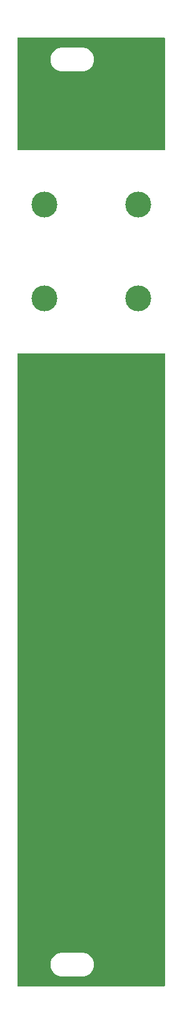
<source format=gbr>
%TF.GenerationSoftware,KiCad,Pcbnew,6.0.11-2627ca5db0~126~ubuntu22.04.1*%
%TF.CreationDate,2024-04-26T14:23:43+02:00*%
%TF.ProjectId,OTBreakOut_AntennaPanel,4f544272-6561-46b4-9f75-745f416e7465,rev?*%
%TF.SameCoordinates,Original*%
%TF.FileFunction,Copper,L2,Bot*%
%TF.FilePolarity,Positive*%
%FSLAX46Y46*%
G04 Gerber Fmt 4.6, Leading zero omitted, Abs format (unit mm)*
G04 Created by KiCad (PCBNEW 6.0.11-2627ca5db0~126~ubuntu22.04.1) date 2024-04-26 14:23:43*
%MOMM*%
%LPD*%
G01*
G04 APERTURE LIST*
%TA.AperFunction,WasherPad*%
%ADD10C,3.500000*%
%TD*%
G04 APERTURE END LIST*
D10*
%TO.P,REF\u002A\u002A,*%
%TO.N,*%
X106350000Y-69150000D03*
X106350000Y-81850000D03*
X93650000Y-69150000D03*
X93650000Y-81850000D03*
%TD*%
%TA.AperFunction,NonConductor*%
G36*
X109941121Y-89270002D02*
G01*
X109987614Y-89323658D01*
X109999000Y-89376000D01*
X109999000Y-97823000D01*
X109990161Y-173604298D01*
X109990015Y-174854141D01*
X109970005Y-174922259D01*
X109916344Y-174968746D01*
X109864141Y-174980126D01*
X91009000Y-174999000D01*
X90135985Y-174999000D01*
X90067864Y-174978998D01*
X90021371Y-174925342D01*
X90009985Y-174873015D01*
X90009828Y-173521690D01*
X90009665Y-172119978D01*
X94499000Y-172119978D01*
X94534764Y-172357255D01*
X94605492Y-172586551D01*
X94709606Y-172802745D01*
X94844778Y-173001006D01*
X95007990Y-173176907D01*
X95195596Y-173326517D01*
X95403404Y-173446496D01*
X95407793Y-173448219D01*
X95407796Y-173448220D01*
X95523062Y-173493458D01*
X95626774Y-173534162D01*
X95631366Y-173535210D01*
X95631369Y-173535211D01*
X95832599Y-173581140D01*
X95860714Y-173587557D01*
X95865407Y-173587909D01*
X95865409Y-173587909D01*
X95980016Y-173596497D01*
X96100000Y-173605489D01*
X96100000Y-173602049D01*
X96109917Y-173601000D01*
X98786261Y-173601000D01*
X98800000Y-173602218D01*
X98800000Y-173605489D01*
X98940404Y-173594967D01*
X99034591Y-173587909D01*
X99034593Y-173587909D01*
X99039286Y-173587557D01*
X99067401Y-173581140D01*
X99268631Y-173535211D01*
X99268634Y-173535210D01*
X99273226Y-173534162D01*
X99376938Y-173493458D01*
X99492204Y-173448220D01*
X99492207Y-173448219D01*
X99496596Y-173446496D01*
X99704404Y-173326517D01*
X99892010Y-173176907D01*
X100055222Y-173001006D01*
X100190394Y-172802745D01*
X100294508Y-172586551D01*
X100365236Y-172357255D01*
X100401000Y-172119978D01*
X100401000Y-171880022D01*
X100365236Y-171642745D01*
X100294508Y-171413449D01*
X100190394Y-171197256D01*
X100055222Y-170998994D01*
X99892010Y-170823093D01*
X99704404Y-170673483D01*
X99496596Y-170553504D01*
X99492207Y-170551781D01*
X99492204Y-170551780D01*
X99376938Y-170506542D01*
X99273226Y-170465838D01*
X99268634Y-170464790D01*
X99268631Y-170464789D01*
X99043878Y-170413491D01*
X99043877Y-170413491D01*
X99039286Y-170412443D01*
X99034593Y-170412091D01*
X99034591Y-170412091D01*
X98919984Y-170403503D01*
X98800000Y-170394511D01*
X98800000Y-170397951D01*
X98790083Y-170399000D01*
X96113739Y-170399000D01*
X96100000Y-170397782D01*
X96100000Y-170394511D01*
X95959596Y-170405033D01*
X95865409Y-170412091D01*
X95865407Y-170412091D01*
X95860714Y-170412443D01*
X95856123Y-170413491D01*
X95856122Y-170413491D01*
X95631369Y-170464789D01*
X95631366Y-170464790D01*
X95626774Y-170465838D01*
X95523062Y-170506542D01*
X95407796Y-170551780D01*
X95407793Y-170551781D01*
X95403404Y-170553504D01*
X95195596Y-170673483D01*
X95007990Y-170823093D01*
X94844778Y-170998994D01*
X94709606Y-171197256D01*
X94605492Y-171413449D01*
X94534764Y-171642745D01*
X94499000Y-171880022D01*
X94499000Y-172119978D01*
X90009665Y-172119978D01*
X90001000Y-97823000D01*
X90001000Y-89376000D01*
X90021002Y-89307879D01*
X90074658Y-89261386D01*
X90127000Y-89250000D01*
X109873000Y-89250000D01*
X109941121Y-89270002D01*
G37*
%TD.AperFunction*%
%TA.AperFunction,NonConductor*%
G36*
X109941121Y-46521002D02*
G01*
X109987614Y-46574658D01*
X109999000Y-46627000D01*
X109999000Y-61624000D01*
X109978998Y-61692121D01*
X109925342Y-61738614D01*
X109873000Y-61750000D01*
X90127000Y-61750000D01*
X90058879Y-61729998D01*
X90012386Y-61676342D01*
X90001000Y-61624000D01*
X90001000Y-49619978D01*
X94499000Y-49619978D01*
X94534764Y-49857255D01*
X94605492Y-50086551D01*
X94709606Y-50302745D01*
X94844778Y-50501006D01*
X95007990Y-50676907D01*
X95195596Y-50826517D01*
X95403404Y-50946496D01*
X95407793Y-50948219D01*
X95407796Y-50948220D01*
X95523062Y-50993458D01*
X95626774Y-51034162D01*
X95631366Y-51035210D01*
X95631369Y-51035211D01*
X95832599Y-51081140D01*
X95860714Y-51087557D01*
X95865407Y-51087909D01*
X95865409Y-51087909D01*
X95980016Y-51096497D01*
X96100000Y-51105489D01*
X96100000Y-51102049D01*
X96109917Y-51101000D01*
X98786261Y-51101000D01*
X98800000Y-51102218D01*
X98800000Y-51105489D01*
X98940404Y-51094967D01*
X99034591Y-51087909D01*
X99034593Y-51087909D01*
X99039286Y-51087557D01*
X99067401Y-51081140D01*
X99268631Y-51035211D01*
X99268634Y-51035210D01*
X99273226Y-51034162D01*
X99376938Y-50993458D01*
X99492204Y-50948220D01*
X99492207Y-50948219D01*
X99496596Y-50946496D01*
X99704404Y-50826517D01*
X99892010Y-50676907D01*
X100055222Y-50501006D01*
X100190394Y-50302745D01*
X100294508Y-50086551D01*
X100365236Y-49857255D01*
X100401000Y-49619978D01*
X100401000Y-49380022D01*
X100365236Y-49142745D01*
X100294508Y-48913449D01*
X100190394Y-48697256D01*
X100055222Y-48498994D01*
X99892010Y-48323093D01*
X99704404Y-48173483D01*
X99496596Y-48053504D01*
X99492207Y-48051781D01*
X99492204Y-48051780D01*
X99376938Y-48006542D01*
X99273226Y-47965838D01*
X99268634Y-47964790D01*
X99268631Y-47964789D01*
X99043878Y-47913491D01*
X99043877Y-47913491D01*
X99039286Y-47912443D01*
X99034593Y-47912091D01*
X99034591Y-47912091D01*
X98919984Y-47903503D01*
X98800000Y-47894511D01*
X98800000Y-47897951D01*
X98790083Y-47899000D01*
X96113739Y-47899000D01*
X96100000Y-47897782D01*
X96100000Y-47894511D01*
X95959596Y-47905033D01*
X95865409Y-47912091D01*
X95865407Y-47912091D01*
X95860714Y-47912443D01*
X95856123Y-47913491D01*
X95856122Y-47913491D01*
X95631369Y-47964789D01*
X95631366Y-47964790D01*
X95626774Y-47965838D01*
X95523062Y-48006542D01*
X95407796Y-48051780D01*
X95407793Y-48051781D01*
X95403404Y-48053504D01*
X95195596Y-48173483D01*
X95007990Y-48323093D01*
X94844778Y-48498994D01*
X94709606Y-48697256D01*
X94605492Y-48913449D01*
X94534764Y-49142745D01*
X94499000Y-49380022D01*
X94499000Y-49619978D01*
X90001000Y-49619978D01*
X90001000Y-46627000D01*
X90021002Y-46558879D01*
X90074658Y-46512386D01*
X90127000Y-46501000D01*
X109873000Y-46501000D01*
X109941121Y-46521002D01*
G37*
%TD.AperFunction*%
M02*

</source>
